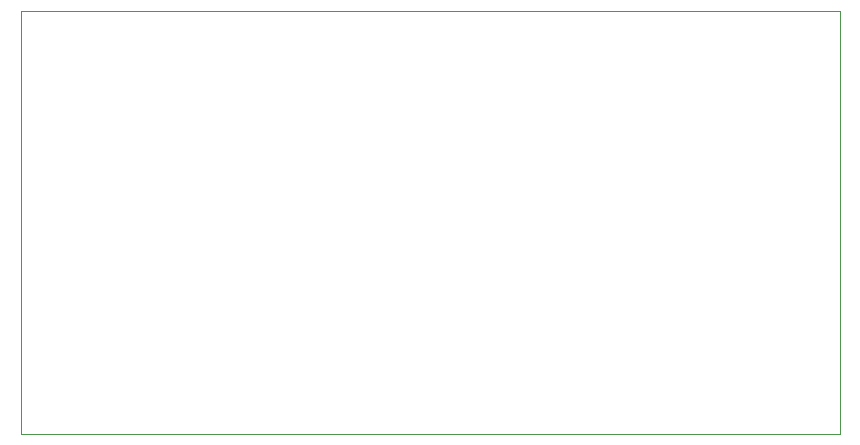
<source format=gm1>
%TF.GenerationSoftware,KiCad,Pcbnew,7.0.2-0*%
%TF.CreationDate,2023-07-09T16:01:25+01:00*%
%TF.ProjectId,jfet-matcher,6a666574-2d6d-4617-9463-6865722e6b69,rev?*%
%TF.SameCoordinates,Original*%
%TF.FileFunction,Profile,NP*%
%FSLAX46Y46*%
G04 Gerber Fmt 4.6, Leading zero omitted, Abs format (unit mm)*
G04 Created by KiCad (PCBNEW 7.0.2-0) date 2023-07-09 16:01:25*
%MOMM*%
%LPD*%
G01*
G04 APERTURE LIST*
%TA.AperFunction,Profile*%
%ADD10C,0.050000*%
%TD*%
G04 APERTURE END LIST*
D10*
X112268000Y-53340000D02*
X181610000Y-53340000D01*
X181610000Y-89154000D02*
X181610000Y-53340000D01*
X112268000Y-89154000D02*
X181610000Y-89154000D01*
X112268000Y-53340000D02*
X112268000Y-89154000D01*
M02*

</source>
